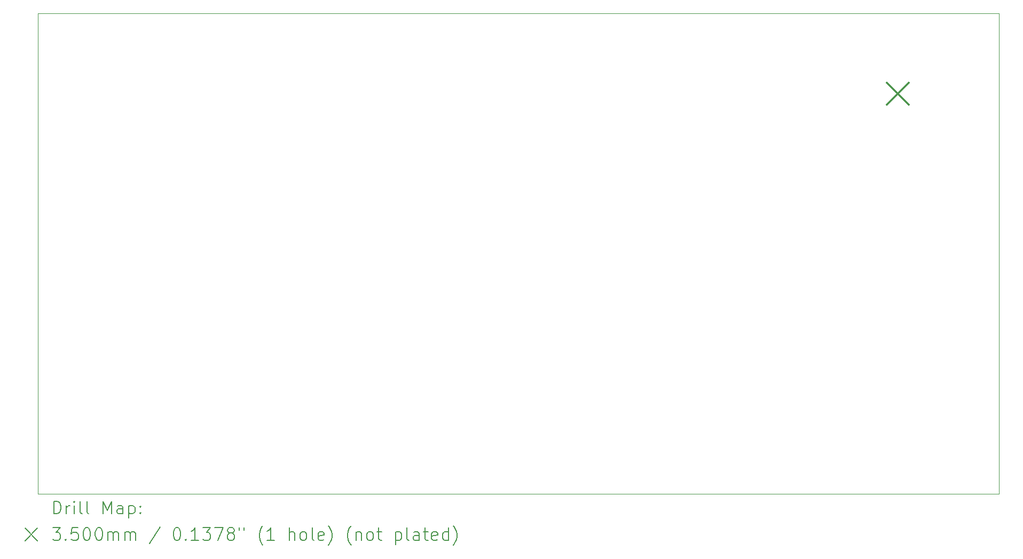
<source format=gbr>
%TF.GenerationSoftware,KiCad,Pcbnew,(6.0.9)*%
%TF.CreationDate,2022-12-06T17:52:29-03:00*%
%TF.ProjectId,anemometer,616e656d-6f6d-4657-9465-722e6b696361,rev?*%
%TF.SameCoordinates,Original*%
%TF.FileFunction,Drillmap*%
%TF.FilePolarity,Positive*%
%FSLAX45Y45*%
G04 Gerber Fmt 4.5, Leading zero omitted, Abs format (unit mm)*
G04 Created by KiCad (PCBNEW (6.0.9)) date 2022-12-06 17:52:29*
%MOMM*%
%LPD*%
G01*
G04 APERTURE LIST*
%ADD10C,0.050000*%
%ADD11C,0.200000*%
%ADD12C,0.350000*%
G04 APERTURE END LIST*
D10*
X7620000Y-3810000D02*
X22860000Y-3810000D01*
X22860000Y-3810000D02*
X22860000Y-11430000D01*
X22860000Y-11430000D02*
X7620000Y-11430000D01*
X7620000Y-11430000D02*
X7620000Y-3810000D01*
D11*
D12*
X21080000Y-4905000D02*
X21430000Y-5255000D01*
X21430000Y-4905000D02*
X21080000Y-5255000D01*
D11*
X7875119Y-11742976D02*
X7875119Y-11542976D01*
X7922738Y-11542976D01*
X7951309Y-11552500D01*
X7970357Y-11571548D01*
X7979881Y-11590595D01*
X7989405Y-11628690D01*
X7989405Y-11657262D01*
X7979881Y-11695357D01*
X7970357Y-11714405D01*
X7951309Y-11733452D01*
X7922738Y-11742976D01*
X7875119Y-11742976D01*
X8075119Y-11742976D02*
X8075119Y-11609643D01*
X8075119Y-11647738D02*
X8084643Y-11628690D01*
X8094167Y-11619167D01*
X8113214Y-11609643D01*
X8132262Y-11609643D01*
X8198928Y-11742976D02*
X8198928Y-11609643D01*
X8198928Y-11542976D02*
X8189405Y-11552500D01*
X8198928Y-11562024D01*
X8208452Y-11552500D01*
X8198928Y-11542976D01*
X8198928Y-11562024D01*
X8322738Y-11742976D02*
X8303690Y-11733452D01*
X8294167Y-11714405D01*
X8294167Y-11542976D01*
X8427500Y-11742976D02*
X8408452Y-11733452D01*
X8398929Y-11714405D01*
X8398929Y-11542976D01*
X8656071Y-11742976D02*
X8656071Y-11542976D01*
X8722738Y-11685833D01*
X8789405Y-11542976D01*
X8789405Y-11742976D01*
X8970357Y-11742976D02*
X8970357Y-11638214D01*
X8960833Y-11619167D01*
X8941786Y-11609643D01*
X8903690Y-11609643D01*
X8884643Y-11619167D01*
X8970357Y-11733452D02*
X8951310Y-11742976D01*
X8903690Y-11742976D01*
X8884643Y-11733452D01*
X8875119Y-11714405D01*
X8875119Y-11695357D01*
X8884643Y-11676309D01*
X8903690Y-11666786D01*
X8951310Y-11666786D01*
X8970357Y-11657262D01*
X9065595Y-11609643D02*
X9065595Y-11809643D01*
X9065595Y-11619167D02*
X9084643Y-11609643D01*
X9122738Y-11609643D01*
X9141786Y-11619167D01*
X9151310Y-11628690D01*
X9160833Y-11647738D01*
X9160833Y-11704881D01*
X9151310Y-11723928D01*
X9141786Y-11733452D01*
X9122738Y-11742976D01*
X9084643Y-11742976D01*
X9065595Y-11733452D01*
X9246548Y-11723928D02*
X9256071Y-11733452D01*
X9246548Y-11742976D01*
X9237024Y-11733452D01*
X9246548Y-11723928D01*
X9246548Y-11742976D01*
X9246548Y-11619167D02*
X9256071Y-11628690D01*
X9246548Y-11638214D01*
X9237024Y-11628690D01*
X9246548Y-11619167D01*
X9246548Y-11638214D01*
X7417500Y-11972500D02*
X7617500Y-12172500D01*
X7617500Y-11972500D02*
X7417500Y-12172500D01*
X7856071Y-11962976D02*
X7979881Y-11962976D01*
X7913214Y-12039167D01*
X7941786Y-12039167D01*
X7960833Y-12048690D01*
X7970357Y-12058214D01*
X7979881Y-12077262D01*
X7979881Y-12124881D01*
X7970357Y-12143928D01*
X7960833Y-12153452D01*
X7941786Y-12162976D01*
X7884643Y-12162976D01*
X7865595Y-12153452D01*
X7856071Y-12143928D01*
X8065595Y-12143928D02*
X8075119Y-12153452D01*
X8065595Y-12162976D01*
X8056071Y-12153452D01*
X8065595Y-12143928D01*
X8065595Y-12162976D01*
X8256071Y-11962976D02*
X8160833Y-11962976D01*
X8151309Y-12058214D01*
X8160833Y-12048690D01*
X8179881Y-12039167D01*
X8227500Y-12039167D01*
X8246548Y-12048690D01*
X8256071Y-12058214D01*
X8265595Y-12077262D01*
X8265595Y-12124881D01*
X8256071Y-12143928D01*
X8246548Y-12153452D01*
X8227500Y-12162976D01*
X8179881Y-12162976D01*
X8160833Y-12153452D01*
X8151309Y-12143928D01*
X8389405Y-11962976D02*
X8408452Y-11962976D01*
X8427500Y-11972500D01*
X8437024Y-11982024D01*
X8446548Y-12001071D01*
X8456071Y-12039167D01*
X8456071Y-12086786D01*
X8446548Y-12124881D01*
X8437024Y-12143928D01*
X8427500Y-12153452D01*
X8408452Y-12162976D01*
X8389405Y-12162976D01*
X8370357Y-12153452D01*
X8360833Y-12143928D01*
X8351309Y-12124881D01*
X8341786Y-12086786D01*
X8341786Y-12039167D01*
X8351309Y-12001071D01*
X8360833Y-11982024D01*
X8370357Y-11972500D01*
X8389405Y-11962976D01*
X8579881Y-11962976D02*
X8598929Y-11962976D01*
X8617976Y-11972500D01*
X8627500Y-11982024D01*
X8637024Y-12001071D01*
X8646548Y-12039167D01*
X8646548Y-12086786D01*
X8637024Y-12124881D01*
X8627500Y-12143928D01*
X8617976Y-12153452D01*
X8598929Y-12162976D01*
X8579881Y-12162976D01*
X8560833Y-12153452D01*
X8551310Y-12143928D01*
X8541786Y-12124881D01*
X8532262Y-12086786D01*
X8532262Y-12039167D01*
X8541786Y-12001071D01*
X8551310Y-11982024D01*
X8560833Y-11972500D01*
X8579881Y-11962976D01*
X8732262Y-12162976D02*
X8732262Y-12029643D01*
X8732262Y-12048690D02*
X8741786Y-12039167D01*
X8760833Y-12029643D01*
X8789405Y-12029643D01*
X8808452Y-12039167D01*
X8817976Y-12058214D01*
X8817976Y-12162976D01*
X8817976Y-12058214D02*
X8827500Y-12039167D01*
X8846548Y-12029643D01*
X8875119Y-12029643D01*
X8894167Y-12039167D01*
X8903690Y-12058214D01*
X8903690Y-12162976D01*
X8998929Y-12162976D02*
X8998929Y-12029643D01*
X8998929Y-12048690D02*
X9008452Y-12039167D01*
X9027500Y-12029643D01*
X9056071Y-12029643D01*
X9075119Y-12039167D01*
X9084643Y-12058214D01*
X9084643Y-12162976D01*
X9084643Y-12058214D02*
X9094167Y-12039167D01*
X9113214Y-12029643D01*
X9141786Y-12029643D01*
X9160833Y-12039167D01*
X9170357Y-12058214D01*
X9170357Y-12162976D01*
X9560833Y-11953452D02*
X9389405Y-12210595D01*
X9817976Y-11962976D02*
X9837024Y-11962976D01*
X9856071Y-11972500D01*
X9865595Y-11982024D01*
X9875119Y-12001071D01*
X9884643Y-12039167D01*
X9884643Y-12086786D01*
X9875119Y-12124881D01*
X9865595Y-12143928D01*
X9856071Y-12153452D01*
X9837024Y-12162976D01*
X9817976Y-12162976D01*
X9798929Y-12153452D01*
X9789405Y-12143928D01*
X9779881Y-12124881D01*
X9770357Y-12086786D01*
X9770357Y-12039167D01*
X9779881Y-12001071D01*
X9789405Y-11982024D01*
X9798929Y-11972500D01*
X9817976Y-11962976D01*
X9970357Y-12143928D02*
X9979881Y-12153452D01*
X9970357Y-12162976D01*
X9960833Y-12153452D01*
X9970357Y-12143928D01*
X9970357Y-12162976D01*
X10170357Y-12162976D02*
X10056071Y-12162976D01*
X10113214Y-12162976D02*
X10113214Y-11962976D01*
X10094167Y-11991548D01*
X10075119Y-12010595D01*
X10056071Y-12020119D01*
X10237024Y-11962976D02*
X10360833Y-11962976D01*
X10294167Y-12039167D01*
X10322738Y-12039167D01*
X10341786Y-12048690D01*
X10351310Y-12058214D01*
X10360833Y-12077262D01*
X10360833Y-12124881D01*
X10351310Y-12143928D01*
X10341786Y-12153452D01*
X10322738Y-12162976D01*
X10265595Y-12162976D01*
X10246548Y-12153452D01*
X10237024Y-12143928D01*
X10427500Y-11962976D02*
X10560833Y-11962976D01*
X10475119Y-12162976D01*
X10665595Y-12048690D02*
X10646548Y-12039167D01*
X10637024Y-12029643D01*
X10627500Y-12010595D01*
X10627500Y-12001071D01*
X10637024Y-11982024D01*
X10646548Y-11972500D01*
X10665595Y-11962976D01*
X10703690Y-11962976D01*
X10722738Y-11972500D01*
X10732262Y-11982024D01*
X10741786Y-12001071D01*
X10741786Y-12010595D01*
X10732262Y-12029643D01*
X10722738Y-12039167D01*
X10703690Y-12048690D01*
X10665595Y-12048690D01*
X10646548Y-12058214D01*
X10637024Y-12067738D01*
X10627500Y-12086786D01*
X10627500Y-12124881D01*
X10637024Y-12143928D01*
X10646548Y-12153452D01*
X10665595Y-12162976D01*
X10703690Y-12162976D01*
X10722738Y-12153452D01*
X10732262Y-12143928D01*
X10741786Y-12124881D01*
X10741786Y-12086786D01*
X10732262Y-12067738D01*
X10722738Y-12058214D01*
X10703690Y-12048690D01*
X10817976Y-11962976D02*
X10817976Y-12001071D01*
X10894167Y-11962976D02*
X10894167Y-12001071D01*
X11189405Y-12239167D02*
X11179881Y-12229643D01*
X11160833Y-12201071D01*
X11151310Y-12182024D01*
X11141786Y-12153452D01*
X11132262Y-12105833D01*
X11132262Y-12067738D01*
X11141786Y-12020119D01*
X11151310Y-11991548D01*
X11160833Y-11972500D01*
X11179881Y-11943928D01*
X11189405Y-11934405D01*
X11370357Y-12162976D02*
X11256071Y-12162976D01*
X11313214Y-12162976D02*
X11313214Y-11962976D01*
X11294167Y-11991548D01*
X11275119Y-12010595D01*
X11256071Y-12020119D01*
X11608452Y-12162976D02*
X11608452Y-11962976D01*
X11694167Y-12162976D02*
X11694167Y-12058214D01*
X11684643Y-12039167D01*
X11665595Y-12029643D01*
X11637024Y-12029643D01*
X11617976Y-12039167D01*
X11608452Y-12048690D01*
X11817976Y-12162976D02*
X11798928Y-12153452D01*
X11789405Y-12143928D01*
X11779881Y-12124881D01*
X11779881Y-12067738D01*
X11789405Y-12048690D01*
X11798928Y-12039167D01*
X11817976Y-12029643D01*
X11846548Y-12029643D01*
X11865595Y-12039167D01*
X11875119Y-12048690D01*
X11884643Y-12067738D01*
X11884643Y-12124881D01*
X11875119Y-12143928D01*
X11865595Y-12153452D01*
X11846548Y-12162976D01*
X11817976Y-12162976D01*
X11998928Y-12162976D02*
X11979881Y-12153452D01*
X11970357Y-12134405D01*
X11970357Y-11962976D01*
X12151309Y-12153452D02*
X12132262Y-12162976D01*
X12094167Y-12162976D01*
X12075119Y-12153452D01*
X12065595Y-12134405D01*
X12065595Y-12058214D01*
X12075119Y-12039167D01*
X12094167Y-12029643D01*
X12132262Y-12029643D01*
X12151309Y-12039167D01*
X12160833Y-12058214D01*
X12160833Y-12077262D01*
X12065595Y-12096309D01*
X12227500Y-12239167D02*
X12237024Y-12229643D01*
X12256071Y-12201071D01*
X12265595Y-12182024D01*
X12275119Y-12153452D01*
X12284643Y-12105833D01*
X12284643Y-12067738D01*
X12275119Y-12020119D01*
X12265595Y-11991548D01*
X12256071Y-11972500D01*
X12237024Y-11943928D01*
X12227500Y-11934405D01*
X12589405Y-12239167D02*
X12579881Y-12229643D01*
X12560833Y-12201071D01*
X12551309Y-12182024D01*
X12541786Y-12153452D01*
X12532262Y-12105833D01*
X12532262Y-12067738D01*
X12541786Y-12020119D01*
X12551309Y-11991548D01*
X12560833Y-11972500D01*
X12579881Y-11943928D01*
X12589405Y-11934405D01*
X12665595Y-12029643D02*
X12665595Y-12162976D01*
X12665595Y-12048690D02*
X12675119Y-12039167D01*
X12694167Y-12029643D01*
X12722738Y-12029643D01*
X12741786Y-12039167D01*
X12751309Y-12058214D01*
X12751309Y-12162976D01*
X12875119Y-12162976D02*
X12856071Y-12153452D01*
X12846548Y-12143928D01*
X12837024Y-12124881D01*
X12837024Y-12067738D01*
X12846548Y-12048690D01*
X12856071Y-12039167D01*
X12875119Y-12029643D01*
X12903690Y-12029643D01*
X12922738Y-12039167D01*
X12932262Y-12048690D01*
X12941786Y-12067738D01*
X12941786Y-12124881D01*
X12932262Y-12143928D01*
X12922738Y-12153452D01*
X12903690Y-12162976D01*
X12875119Y-12162976D01*
X12998928Y-12029643D02*
X13075119Y-12029643D01*
X13027500Y-11962976D02*
X13027500Y-12134405D01*
X13037024Y-12153452D01*
X13056071Y-12162976D01*
X13075119Y-12162976D01*
X13294167Y-12029643D02*
X13294167Y-12229643D01*
X13294167Y-12039167D02*
X13313214Y-12029643D01*
X13351309Y-12029643D01*
X13370357Y-12039167D01*
X13379881Y-12048690D01*
X13389405Y-12067738D01*
X13389405Y-12124881D01*
X13379881Y-12143928D01*
X13370357Y-12153452D01*
X13351309Y-12162976D01*
X13313214Y-12162976D01*
X13294167Y-12153452D01*
X13503690Y-12162976D02*
X13484643Y-12153452D01*
X13475119Y-12134405D01*
X13475119Y-11962976D01*
X13665595Y-12162976D02*
X13665595Y-12058214D01*
X13656071Y-12039167D01*
X13637024Y-12029643D01*
X13598928Y-12029643D01*
X13579881Y-12039167D01*
X13665595Y-12153452D02*
X13646548Y-12162976D01*
X13598928Y-12162976D01*
X13579881Y-12153452D01*
X13570357Y-12134405D01*
X13570357Y-12115357D01*
X13579881Y-12096309D01*
X13598928Y-12086786D01*
X13646548Y-12086786D01*
X13665595Y-12077262D01*
X13732262Y-12029643D02*
X13808452Y-12029643D01*
X13760833Y-11962976D02*
X13760833Y-12134405D01*
X13770357Y-12153452D01*
X13789405Y-12162976D01*
X13808452Y-12162976D01*
X13951309Y-12153452D02*
X13932262Y-12162976D01*
X13894167Y-12162976D01*
X13875119Y-12153452D01*
X13865595Y-12134405D01*
X13865595Y-12058214D01*
X13875119Y-12039167D01*
X13894167Y-12029643D01*
X13932262Y-12029643D01*
X13951309Y-12039167D01*
X13960833Y-12058214D01*
X13960833Y-12077262D01*
X13865595Y-12096309D01*
X14132262Y-12162976D02*
X14132262Y-11962976D01*
X14132262Y-12153452D02*
X14113214Y-12162976D01*
X14075119Y-12162976D01*
X14056071Y-12153452D01*
X14046548Y-12143928D01*
X14037024Y-12124881D01*
X14037024Y-12067738D01*
X14046548Y-12048690D01*
X14056071Y-12039167D01*
X14075119Y-12029643D01*
X14113214Y-12029643D01*
X14132262Y-12039167D01*
X14208452Y-12239167D02*
X14217976Y-12229643D01*
X14237024Y-12201071D01*
X14246548Y-12182024D01*
X14256071Y-12153452D01*
X14265595Y-12105833D01*
X14265595Y-12067738D01*
X14256071Y-12020119D01*
X14246548Y-11991548D01*
X14237024Y-11972500D01*
X14217976Y-11943928D01*
X14208452Y-11934405D01*
M02*

</source>
